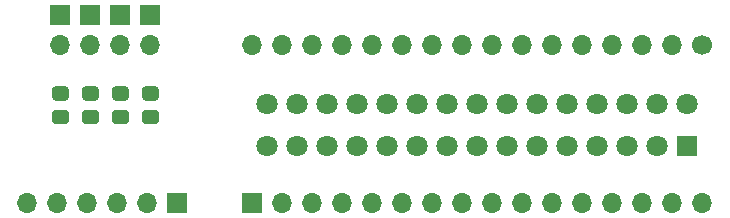
<source format=gbr>
%TF.GenerationSoftware,KiCad,Pcbnew,(5.1.10)-1*%
%TF.CreationDate,2022-11-19T00:44:39-05:00*%
%TF.ProjectId,ColecoProgrammingAdapter,436f6c65-636f-4507-926f-6772616d6d69,1*%
%TF.SameCoordinates,Original*%
%TF.FileFunction,Soldermask,Bot*%
%TF.FilePolarity,Negative*%
%FSLAX46Y46*%
G04 Gerber Fmt 4.6, Leading zero omitted, Abs format (unit mm)*
G04 Created by KiCad (PCBNEW (5.1.10)-1) date 2022-11-19 00:44:39*
%MOMM*%
%LPD*%
G01*
G04 APERTURE LIST*
%ADD10C,1.800000*%
%ADD11R,1.800000X1.800000*%
%ADD12R,1.700000X1.700000*%
%ADD13O,1.700000X1.700000*%
%ADD14C,1.700000*%
G04 APERTURE END LIST*
D10*
%TO.C,X1*%
X138430000Y-121539000D03*
X138430000Y-117979000D03*
X140970000Y-121539000D03*
X140970000Y-117979000D03*
X143510000Y-121539000D03*
X143510000Y-117979000D03*
X146050000Y-121539000D03*
X146050000Y-117979000D03*
X148590000Y-121539000D03*
X148590000Y-117979000D03*
X151130000Y-121539000D03*
X151130000Y-117979000D03*
X153670000Y-121539000D03*
X153670000Y-117979000D03*
X156210000Y-121539000D03*
X156210000Y-117979000D03*
X158750000Y-121539000D03*
X158750000Y-117979000D03*
X161290000Y-121539000D03*
X161290000Y-117979000D03*
X163830000Y-121539000D03*
X163830000Y-117979000D03*
X166370000Y-121539000D03*
X166370000Y-117979000D03*
X168910000Y-121539000D03*
X168910000Y-117979000D03*
X171450000Y-121539000D03*
X171450000Y-117979000D03*
X173990000Y-117979000D03*
D11*
X173990000Y-121539000D03*
%TD*%
D12*
%TO.C,J2*%
X137160000Y-126365000D03*
D13*
X139700000Y-126365000D03*
X142240000Y-126365000D03*
X144780000Y-126365000D03*
X147320000Y-126365000D03*
X149860000Y-126365000D03*
X152400000Y-126365000D03*
X154940000Y-126365000D03*
X157480000Y-126365000D03*
X160020000Y-126365000D03*
X162560000Y-126365000D03*
X165100000Y-126365000D03*
X167640000Y-126365000D03*
X170180000Y-126365000D03*
X172720000Y-126365000D03*
X175260000Y-126365000D03*
%TD*%
%TO.C,J3*%
X137160000Y-113030000D03*
X139700000Y-113030000D03*
X142240000Y-113030000D03*
X144780000Y-113030000D03*
X147320000Y-113030000D03*
X149860000Y-113030000D03*
X152400000Y-113030000D03*
X154940000Y-113030000D03*
X157480000Y-113030000D03*
X160020000Y-113030000D03*
X162560000Y-113030000D03*
X165100000Y-113030000D03*
X167640000Y-113030000D03*
X170180000Y-113030000D03*
X172720000Y-113030000D03*
D14*
X175260000Y-113030000D03*
%TD*%
D12*
%TO.C,J1*%
X130810000Y-126365000D03*
D13*
X128270000Y-126365000D03*
X125730000Y-126365000D03*
X123190000Y-126365000D03*
X120650000Y-126365000D03*
X118110000Y-126365000D03*
%TD*%
D12*
%TO.C,J4*%
X120904000Y-110490000D03*
D13*
X120904000Y-113030000D03*
%TD*%
%TO.C,J5*%
X123444000Y-113030000D03*
D12*
X123444000Y-110490000D03*
%TD*%
%TO.C,J6*%
X125984000Y-110490000D03*
D13*
X125984000Y-113030000D03*
%TD*%
%TO.C,J7*%
X128524000Y-113030000D03*
D12*
X128524000Y-110490000D03*
%TD*%
%TO.C,R1*%
G36*
G01*
X121354001Y-119710000D02*
X120453999Y-119710000D01*
G75*
G02*
X120204000Y-119460001I0J249999D01*
G01*
X120204000Y-118759999D01*
G75*
G02*
X120453999Y-118510000I249999J0D01*
G01*
X121354001Y-118510000D01*
G75*
G02*
X121604000Y-118759999I0J-249999D01*
G01*
X121604000Y-119460001D01*
G75*
G02*
X121354001Y-119710000I-249999J0D01*
G01*
G37*
G36*
G01*
X121354001Y-117710000D02*
X120453999Y-117710000D01*
G75*
G02*
X120204000Y-117460001I0J249999D01*
G01*
X120204000Y-116759999D01*
G75*
G02*
X120453999Y-116510000I249999J0D01*
G01*
X121354001Y-116510000D01*
G75*
G02*
X121604000Y-116759999I0J-249999D01*
G01*
X121604000Y-117460001D01*
G75*
G02*
X121354001Y-117710000I-249999J0D01*
G01*
G37*
%TD*%
%TO.C,R2*%
G36*
G01*
X123894001Y-117710000D02*
X122993999Y-117710000D01*
G75*
G02*
X122744000Y-117460001I0J249999D01*
G01*
X122744000Y-116759999D01*
G75*
G02*
X122993999Y-116510000I249999J0D01*
G01*
X123894001Y-116510000D01*
G75*
G02*
X124144000Y-116759999I0J-249999D01*
G01*
X124144000Y-117460001D01*
G75*
G02*
X123894001Y-117710000I-249999J0D01*
G01*
G37*
G36*
G01*
X123894001Y-119710000D02*
X122993999Y-119710000D01*
G75*
G02*
X122744000Y-119460001I0J249999D01*
G01*
X122744000Y-118759999D01*
G75*
G02*
X122993999Y-118510000I249999J0D01*
G01*
X123894001Y-118510000D01*
G75*
G02*
X124144000Y-118759999I0J-249999D01*
G01*
X124144000Y-119460001D01*
G75*
G02*
X123894001Y-119710000I-249999J0D01*
G01*
G37*
%TD*%
%TO.C,R3*%
G36*
G01*
X126434001Y-119710000D02*
X125533999Y-119710000D01*
G75*
G02*
X125284000Y-119460001I0J249999D01*
G01*
X125284000Y-118759999D01*
G75*
G02*
X125533999Y-118510000I249999J0D01*
G01*
X126434001Y-118510000D01*
G75*
G02*
X126684000Y-118759999I0J-249999D01*
G01*
X126684000Y-119460001D01*
G75*
G02*
X126434001Y-119710000I-249999J0D01*
G01*
G37*
G36*
G01*
X126434001Y-117710000D02*
X125533999Y-117710000D01*
G75*
G02*
X125284000Y-117460001I0J249999D01*
G01*
X125284000Y-116759999D01*
G75*
G02*
X125533999Y-116510000I249999J0D01*
G01*
X126434001Y-116510000D01*
G75*
G02*
X126684000Y-116759999I0J-249999D01*
G01*
X126684000Y-117460001D01*
G75*
G02*
X126434001Y-117710000I-249999J0D01*
G01*
G37*
%TD*%
%TO.C,R4*%
G36*
G01*
X128974001Y-117710000D02*
X128073999Y-117710000D01*
G75*
G02*
X127824000Y-117460001I0J249999D01*
G01*
X127824000Y-116759999D01*
G75*
G02*
X128073999Y-116510000I249999J0D01*
G01*
X128974001Y-116510000D01*
G75*
G02*
X129224000Y-116759999I0J-249999D01*
G01*
X129224000Y-117460001D01*
G75*
G02*
X128974001Y-117710000I-249999J0D01*
G01*
G37*
G36*
G01*
X128974001Y-119710000D02*
X128073999Y-119710000D01*
G75*
G02*
X127824000Y-119460001I0J249999D01*
G01*
X127824000Y-118759999D01*
G75*
G02*
X128073999Y-118510000I249999J0D01*
G01*
X128974001Y-118510000D01*
G75*
G02*
X129224000Y-118759999I0J-249999D01*
G01*
X129224000Y-119460001D01*
G75*
G02*
X128974001Y-119710000I-249999J0D01*
G01*
G37*
%TD*%
M02*

</source>
